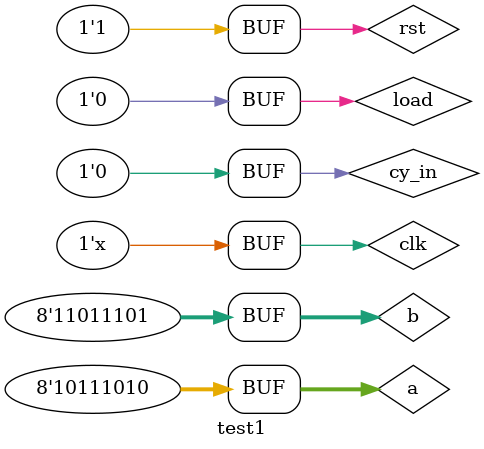
<source format=v>
`timescale 1ns / 1ps


module test1;

	// Inputs
	reg clk;
	reg rst;
	reg [7:0] a;
	reg [7:0] b;
	reg cy_in;
	reg load;

	// Outputs
	wire [7:0] sum;
	wire cy_out;

	// Instantiate the Unit Under Test (UUT)
	bit_serial_adder uut (
		.clk(clk), 
		.rst(rst), 
		.a(a), 
		.b(b), 
		.cy_in(cy_in), 
		.load(load), 
		.sum(sum), 
		.cy_out(cy_out)
	);

	initial begin
		// Initialize Inputs
		clk = 0;
		rst =0;
		load =1;
		
      a = 8'b10101010;
		b = 8'b01011101;
		cy_in = 0;
		#20;
		load =0; 
		#300;
		rst =1;
		#40;

		rst =0;
		load =1;
		
      a = 8'b10111010;
		b = 8'b11011101;
		cy_in = 0;
		#20;
		load =0; 
		#300;
		rst=1;
		// Add stimulus here

	end
      always
		#20 clk = ~clk;
      
endmodule


</source>
